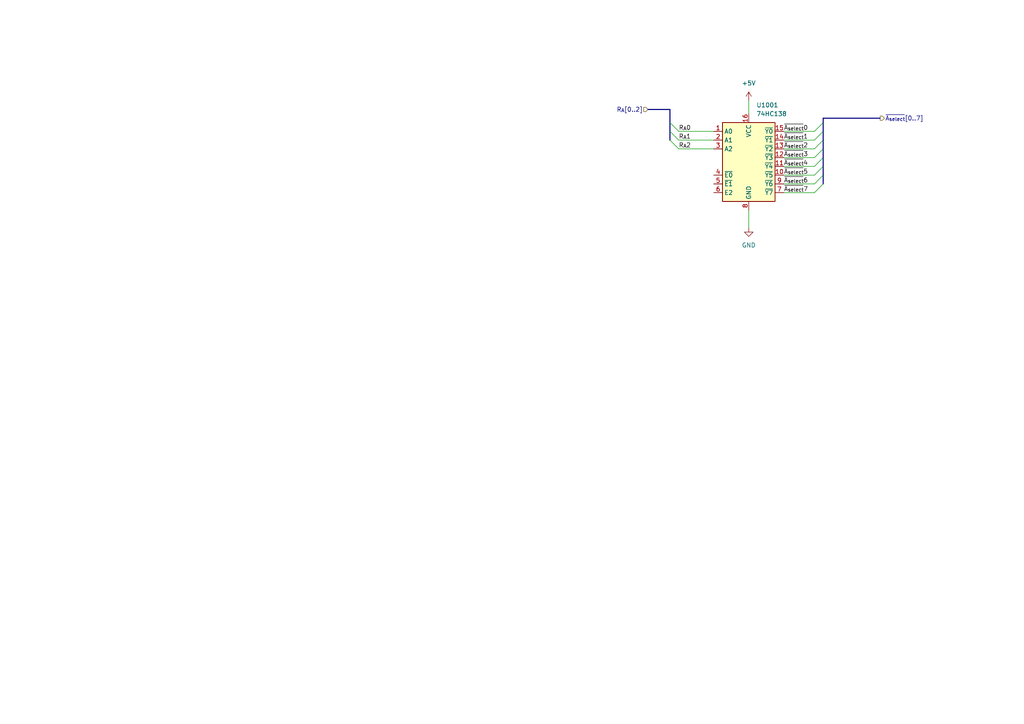
<source format=kicad_sch>
(kicad_sch (version 20230121) (generator eeschema)
  (paper "A4")
  (lib_symbols
    (symbol "74xx:74HC138"
      (property "Reference" "U" (at -7.62 13.97 0))
      (property "Value" "74HC138" (at 2.54 -11.43 0))
      (symbol "74HC138_0_1"
        (rectangle (start -7.62 12.7) (end 7.62 -10.16) (stroke (width 0.254)) (fill (type background)))
      )
      (symbol "74HC138_1_1"
        (pin input line (at -10.16 10.16 0) (length 2.54) (name "A0") (number "1"))
        (pin output line (at 10.16 -2.54 180) (length 2.54) (name "~{Y5}") (number "10"))
        (pin output line (at 10.16 0 180) (length 2.54) (name "~{Y4}") (number "11"))
        (pin output line (at 10.16 2.54 180) (length 2.54) (name "~{Y3}") (number "12"))
        (pin output line (at 10.16 5.08 180) (length 2.54) (name "~{Y2}") (number "13"))
        (pin output line (at 10.16 7.62 180) (length 2.54) (name "~{Y1}") (number "14"))
        (pin output line (at 10.16 10.16 180) (length 2.54) (name "~{Y0}") (number "15"))
        (pin power_in line (at 0 15.24 270) (length 2.54) (name "VCC") (number "16"))
        (pin input line (at -10.16 7.62 0) (length 2.54) (name "A1") (number "2"))
        (pin input line (at -10.16 5.08 0) (length 2.54) (name "A2") (number "3"))
        (pin input line (at -10.16 -2.54 0) (length 2.54) (name "~{E0}") (number "4"))
        (pin input line (at -10.16 -5.08 0) (length 2.54) (name "~{E1}") (number "5"))
        (pin input line (at -10.16 -7.62 0) (length 2.54) (name "E2") (number "6"))
        (pin output line (at 10.16 -7.62 180) (length 2.54) (name "~{Y7}") (number "7"))
        (pin power_in line (at 0 -12.7 90) (length 2.54) (name "GND") (number "8"))
        (pin output line (at 10.16 -5.08 180) (length 2.54) (name "~{Y6}") (number "9"))
      )
    )
    (symbol "power:+5V" (power) (pin_names (offset 0))
      (property "Value" "+5V" (at 0 3.556 0))
      (symbol "+5V_0_1"
        (polyline (pts (xy -0.762 1.27) (xy 0 2.54)))
        (polyline (pts (xy 0 0) (xy 0 2.54)))
        (polyline (pts (xy 0 2.54) (xy 0.762 1.27)))
      )
      (symbol "+5V_1_1"
        (pin power_in line (at 0 0 90) (length 0) hide (name "+5V") (number "1"))
      )
    )
    (symbol "power:GND" (power) (pin_names (offset 0))
      (property "Value" "GND" (at 0 -3.81 0))
      (symbol "GND_0_1"
        (polyline (pts (xy 0 0) (xy 0 -1.27) (xy 1.27 -1.27) (xy 0 -2.54) (xy -1.27 -1.27) (xy 0 -1.27)))
      )
      (symbol "GND_1_1"
        (pin power_in line (at 0 0 270) (length 0) hide (name "GND") (number "1"))
      )
    )
  )
  (bus_entry (at 238.76 45.72) (size -2.54 2.54))
  (bus_entry (at 194.31 35.56) (size 2.54 2.54))
  (bus_entry (at 238.76 38.1) (size -2.54 2.54))
  (bus_entry (at 238.76 50.8) (size -2.54 2.54))
  (bus_entry (at 238.76 40.64) (size -2.54 2.54))
  (bus_entry (at 194.31 40.64) (size 2.54 2.54))
  (bus_entry (at 238.76 53.34) (size -2.54 2.54))
  (bus_entry (at 238.76 43.18) (size -2.54 2.54))
  (bus_entry (at 194.31 38.1) (size 2.54 2.54))
  (bus_entry (at 238.76 35.56) (size -2.54 2.54))
  (bus_entry (at 238.76 48.26) (size -2.54 2.54))
  (bus (pts (xy 194.31 31.75) (xy 194.31 35.56)))
  (wire (pts (xy 227.33 43.18) (xy 236.22 43.18)))
  (wire (pts (xy 227.33 40.64) (xy 236.22 40.64)))
  (wire (pts (xy 196.85 38.1) (xy 207.01 38.1)))
  (bus (pts (xy 238.76 35.56) (xy 238.76 34.29)))
  (bus (pts (xy 238.76 50.8) (xy 238.76 48.26)))
  (wire (pts (xy 227.33 38.1) (xy 236.22 38.1)))
  (bus (pts (xy 187.96 31.75) (xy 194.31 31.75)))
  (wire (pts (xy 227.33 45.72) (xy 236.22 45.72)))
  (bus (pts (xy 238.76 34.29) (xy 255.27 34.29)))
  (wire (pts (xy 217.17 29.21) (xy 217.17 33.02)))
  (bus (pts (xy 194.31 35.56) (xy 194.31 38.1)))
  (bus (pts (xy 194.31 38.1) (xy 194.31 40.64)))
  (wire (pts (xy 227.33 48.26) (xy 236.22 48.26)))
  (wire (pts (xy 227.33 55.88) (xy 236.22 55.88)))
  (bus (pts (xy 238.76 53.34) (xy 238.76 50.8)))
  (wire (pts (xy 196.85 40.64) (xy 207.01 40.64)))
  (bus (pts (xy 238.76 45.72) (xy 238.76 43.18)))
  (wire (pts (xy 196.85 43.18) (xy 207.01 43.18)))
  (wire (pts (xy 227.33 50.8) (xy 236.22 50.8)))
  (bus (pts (xy 238.76 38.1) (xy 238.76 35.56)))
  (bus (pts (xy 238.76 40.64) (xy 238.76 38.1)))
  (wire (pts (xy 217.17 60.96) (xy 217.17 66.04)))
  (wire (pts (xy 227.33 53.34) (xy 236.22 53.34)))
  (bus (pts (xy 238.76 48.26) (xy 238.76 45.72)))
  (bus (pts (xy 238.76 43.18) (xy 238.76 40.64)))
  (label "R_{A}2" (at 196.85 43.18 0))
  (label "~{A_{select}}0" (at 227.33 38.1 0))
  (label "~{A_{select}}4" (at 227.33 48.26 0))
  (label "~{A_{select}}5" (at 227.33 50.8 0))
  (label "~{A_{select}}7" (at 227.33 55.88 0))
  (label "~{A_{select}}3" (at 227.33 45.72 0))
  (label "~{A_{select}}1" (at 227.33 40.64 0))
  (label "~{A_{select}}6" (at 227.33 53.34 0))
  (label "R_{A}0" (at 196.85 38.1 0))
  (label "R_{A}1" (at 196.85 40.64 0))
  (label "~{A_{select}}2" (at 227.33 43.18 0))
  (hierarchical_label "R_{A}[0..2]" (shape input) (at 187.96 31.75 180))
  (hierarchical_label "~{A_{select}}[0..7]" (shape output) (at 255.27 34.29 0))
  (symbol (lib_id "power:+5V") (at 217.17 29.21 0) (unit 1)
    (property "Reference" "#PWR01001" (effects hide))
    (property "Value" "+5V" (at 217.17 24.13 0))
  )
  (symbol (lib_id "74xx:74HC138") (at 217.17 48.26 0) (unit 1)
    (property "Reference" "U1001" (at 219.3641 30.48 0) (effects (justify left)))
    (property "Value" "74HC138" (at 219.3641 33.02 0) (effects (justify left)))
    (property "Footprint" "Package_DIP:DIP-16_W7.62mm_Socket" (effects hide))
    (property "Datasheet" "http://www.ti.com/lit/ds/symlink/cd74hc238.pdf" (effects hide))
  )
  (symbol (lib_id "power:GND") (at 217.17 66.04 0) (unit 1)
    (property "Reference" "#PWR01002" (effects hide))
    (property "Value" "GND" (at 217.17 71.12 0))
  )
)
</source>
